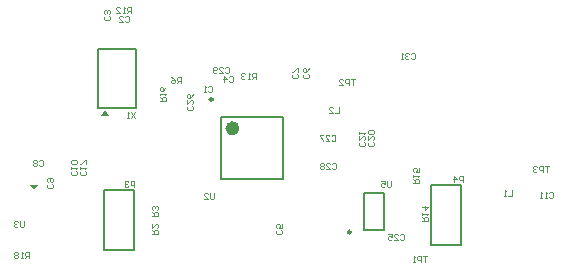
<source format=gbo>
G04 Layer: BottomSilkscreenLayer*
G04 EasyEDA Pro v2.2.35.2, 2025-02-24 01:09:24*
G04 Gerber Generator version 0.3*
G04 Scale: 100 percent, Rotated: No, Reflected: No*
G04 Dimensions in millimeters*
G04 Leading zeros omitted, absolute positions, 4 integers and 5 decimals*
%FSLAX45Y45*%
%MOMM*%
%ADD10C,0.1016*%
%ADD11C,0.2*%
%ADD12C,0.25*%
%ADD13C,0.6*%
G75*


G04 Text Start*
G54D10*
G01X15012162Y10838180D02*
G01X15012162Y10888980D01*
G01X15029180Y10888980D02*
G01X14995398Y10888980D01*
G01X14978380Y10855198D02*
G01X14952980Y10855198D01*
G01X14952980Y10855198D02*
G01X14944598Y10863580D01*
G01X14944598Y10863580D02*
G01X14944598Y10880598D01*
G01X14952980Y10888980D02*
G01X14944598Y10880598D01*
G01X14978380Y10888980D02*
G01X14952980Y10888980D01*
G01X14978380Y10838180D02*
G01X14978380Y10855198D01*
G01X14978380Y10855198D02*
G01X14978380Y10888980D01*
G01X14910816Y10863580D02*
G01X14902180Y10863580D01*
G01X14927580Y10846562D02*
G01X14919198Y10838180D01*
G01X14919198Y10838180D02*
G01X14902180Y10838180D01*
G01X14902180Y10838180D02*
G01X14893798Y10846562D01*
G01X14893798Y10846562D02*
G01X14893798Y10855198D01*
G01X14902180Y10863580D02*
G01X14893798Y10855198D01*
G01X14902180Y10863580D02*
G01X14893798Y10871962D01*
G01X14893798Y10871962D02*
G01X14893798Y10880598D01*
G01X14902180Y10888980D02*
G01X14893798Y10880598D01*
G01X14919198Y10888980D02*
G01X14902180Y10888980D01*
G01X14927580Y10880598D02*
G01X14919198Y10888980D01*
G01X13368782Y11577320D02*
G01X13368782Y11628120D01*
G01X13385800Y11628120D02*
G01X13352018Y11628120D01*
G01X13335000Y11594338D02*
G01X13309600Y11594338D01*
G01X13309600Y11594338D02*
G01X13301218Y11602720D01*
G01X13301218Y11602720D02*
G01X13301218Y11619738D01*
G01X13309600Y11628120D02*
G01X13301218Y11619738D01*
G01X13335000Y11628120D02*
G01X13309600Y11628120D01*
G01X13335000Y11577320D02*
G01X13335000Y11594338D01*
G01X13335000Y11594338D02*
G01X13335000Y11628120D01*
G01X13284200Y11577320D02*
G01X13250418Y11577320D01*
G01X13284200Y11577320D02*
G01X13250418Y11611102D01*
G01X13250418Y11611102D02*
G01X13250418Y11619738D01*
G01X13258800Y11628120D02*
G01X13250418Y11619738D01*
G01X13275818Y11628120D02*
G01X13258800Y11628120D01*
G01X13284200Y11619738D02*
G01X13275818Y11628120D01*
G01X13980922Y10076180D02*
G01X13980922Y10126980D01*
G01X13997940Y10126980D02*
G01X13964158Y10126980D01*
G01X13947140Y10093198D02*
G01X13921740Y10093198D01*
G01X13921740Y10093198D02*
G01X13913358Y10101580D01*
G01X13913358Y10101580D02*
G01X13913358Y10118598D01*
G01X13921740Y10126980D02*
G01X13913358Y10118598D01*
G01X13947140Y10126980D02*
G01X13921740Y10126980D01*
G01X13947140Y10076180D02*
G01X13947140Y10093198D01*
G01X13947140Y10093198D02*
G01X13947140Y10126980D01*
G01X13887958Y10076180D02*
G01X13887958Y10126980D01*
G01X13896340Y10118598D02*
G01X13887958Y10126980D01*
G01X13896340Y10076180D02*
G01X13887958Y10076180D01*
G01X13887958Y10076180D02*
G01X13879576Y10076180D01*
G01X10612882Y10126218D02*
G01X10596118Y10109200D01*
G01X10604500Y10126218D02*
G01X10596118Y10134600D01*
G01X10596118Y10134600D02*
G01X10596118Y10151618D01*
G01X10604500Y10160000D02*
G01X10596118Y10151618D01*
G01X10629900Y10160000D02*
G01X10604500Y10160000D01*
G01X10629900Y10109200D02*
G01X10629900Y10126218D01*
G01X10629900Y10126218D02*
G01X10629900Y10160000D01*
G01X10629900Y10126218D02*
G01X10612882Y10126218D01*
G01X10612882Y10126218D02*
G01X10604500Y10126218D01*
G01X10570718Y10109200D02*
G01X10570718Y10160000D01*
G01X10579100Y10151618D02*
G01X10570718Y10160000D01*
G01X10579100Y10109200D02*
G01X10570718Y10109200D01*
G01X10570718Y10109200D02*
G01X10562336Y10109200D01*
G01X10511536Y10134600D02*
G01X10503154Y10126218D01*
G01X10503154Y10117582D02*
G01X10503154Y10126218D01*
G01X10511536Y10109200D02*
G01X10503154Y10117582D01*
G01X10528554Y10109200D02*
G01X10511536Y10109200D01*
G01X10536936Y10117582D02*
G01X10528554Y10109200D01*
G01X10536936Y10117582D02*
G01X10536936Y10126218D01*
G01X10536936Y10126218D02*
G01X10528554Y10134600D01*
G01X10536936Y10151618D02*
G01X10528554Y10160000D01*
G01X10536936Y10142982D02*
G01X10536936Y10151618D01*
G01X10536936Y10142982D02*
G01X10528554Y10134600D01*
G01X10528554Y10134600D02*
G01X10511536Y10134600D01*
G01X10511536Y10134600D02*
G01X10503154Y10142982D01*
G01X10503154Y10142982D02*
G01X10503154Y10151618D01*
G01X10511536Y10160000D02*
G01X10503154Y10151618D01*
G01X10528554Y10160000D02*
G01X10511536Y10160000D01*
G01X11754358Y11452098D02*
G01X11737340Y11468862D01*
G01X11754358Y11460480D02*
G01X11762740Y11468862D01*
G01X11762740Y11468862D02*
G01X11779758Y11468862D01*
G01X11788140Y11460480D02*
G01X11779758Y11468862D01*
G01X11788140Y11435080D02*
G01X11788140Y11460480D01*
G01X11737340Y11435080D02*
G01X11754358Y11435080D01*
G01X11754358Y11435080D02*
G01X11788140Y11435080D01*
G01X11754358Y11435080D02*
G01X11754358Y11452098D01*
G01X11754358Y11452098D02*
G01X11754358Y11460480D01*
G01X11737340Y11494262D02*
G01X11788140Y11494262D01*
G01X11779758Y11485880D02*
G01X11788140Y11494262D01*
G01X11737340Y11485880D02*
G01X11737340Y11494262D01*
G01X11737340Y11494262D02*
G01X11737340Y11502644D01*
G01X11762740Y11528044D02*
G01X11762740Y11553444D01*
G01X11762740Y11553444D02*
G01X11754358Y11561826D01*
G01X11745722Y11561826D02*
G01X11754358Y11561826D01*
G01X11737340Y11553444D02*
G01X11745722Y11561826D01*
G01X11737340Y11536426D02*
G01X11737340Y11553444D01*
G01X11745722Y11528044D02*
G01X11737340Y11536426D01*
G01X11745722Y11528044D02*
G01X11762740Y11528044D01*
G01X11762740Y11528044D02*
G01X11779758Y11545062D01*
G01X11788140Y11561826D02*
G01X11779758Y11545062D01*
G01X14719300Y10634980D02*
G01X14685518Y10634980D01*
G01X14719300Y10634980D02*
G01X14719300Y10685780D01*
G01X14660118Y10634980D02*
G01X14660118Y10685780D01*
G01X14668500Y10677398D02*
G01X14660118Y10685780D01*
G01X14668500Y10634980D02*
G01X14660118Y10634980D01*
G01X14660118Y10634980D02*
G01X14651736Y10634980D01*
G01X15036800Y10614660D02*
G01X15028418Y10623042D01*
G01X15053818Y10614660D02*
G01X15036800Y10614660D01*
G01X15062200Y10623042D02*
G01X15053818Y10614660D01*
G01X15062200Y10623042D02*
G01X15062200Y10657078D01*
G01X15062200Y10657078D02*
G01X15053818Y10665460D01*
G01X15053818Y10665460D02*
G01X15036800Y10665460D01*
G01X15036800Y10665460D02*
G01X15028418Y10657078D01*
G01X15003018Y10614660D02*
G01X15003018Y10665460D01*
G01X15011400Y10657078D02*
G01X15003018Y10665460D01*
G01X15011400Y10614660D02*
G01X15003018Y10614660D01*
G01X15003018Y10614660D02*
G01X14994636Y10614660D01*
G01X14960854Y10614660D02*
G01X14960854Y10665460D01*
G01X14969236Y10657078D02*
G01X14960854Y10665460D01*
G01X14969236Y10614660D02*
G01X14960854Y10614660D01*
G01X14960854Y10614660D02*
G01X14952218Y10614660D01*
G01X13867140Y11794540D02*
G01X13858758Y11802922D01*
G01X13884158Y11794540D02*
G01X13867140Y11794540D01*
G01X13892540Y11802922D02*
G01X13884158Y11794540D01*
G01X13892540Y11802922D02*
G01X13892540Y11836958D01*
G01X13892540Y11836958D02*
G01X13884158Y11845340D01*
G01X13884158Y11845340D02*
G01X13867140Y11845340D01*
G01X13867140Y11845340D02*
G01X13858758Y11836958D01*
G01X13824976Y11819940D02*
G01X13816340Y11819940D01*
G01X13841740Y11802922D02*
G01X13833358Y11794540D01*
G01X13833358Y11794540D02*
G01X13816340Y11794540D01*
G01X13816340Y11794540D02*
G01X13807958Y11802922D01*
G01X13807958Y11802922D02*
G01X13807958Y11811558D01*
G01X13816340Y11819940D02*
G01X13807958Y11811558D01*
G01X13816340Y11819940D02*
G01X13807958Y11828322D01*
G01X13807958Y11828322D02*
G01X13807958Y11836958D01*
G01X13816340Y11845340D02*
G01X13807958Y11836958D01*
G01X13833358Y11845340D02*
G01X13816340Y11845340D01*
G01X13841740Y11836958D02*
G01X13833358Y11845340D01*
G01X13782558Y11794540D02*
G01X13782558Y11845340D01*
G01X13790940Y11836958D02*
G01X13782558Y11845340D01*
G01X13790940Y11794540D02*
G01X13782558Y11794540D01*
G01X13782558Y11794540D02*
G01X13774176Y11794540D01*
G01X12299820Y11675160D02*
G01X12291438Y11683542D01*
G01X12316838Y11675160D02*
G01X12299820Y11675160D01*
G01X12325220Y11683542D02*
G01X12316838Y11675160D01*
G01X12325220Y11683542D02*
G01X12325220Y11717578D01*
G01X12325220Y11717578D02*
G01X12316838Y11725960D01*
G01X12316838Y11725960D02*
G01X12299820Y11725960D01*
G01X12299820Y11725960D02*
G01X12291438Y11717578D01*
G01X12274420Y11675160D02*
G01X12240638Y11675160D01*
G01X12274420Y11675160D02*
G01X12240638Y11708942D01*
G01X12240638Y11708942D02*
G01X12240638Y11717578D01*
G01X12249020Y11725960D02*
G01X12240638Y11717578D01*
G01X12266038Y11725960D02*
G01X12249020Y11725960D01*
G01X12274420Y11717578D02*
G01X12266038Y11725960D01*
G01X12223620Y11683542D02*
G01X12215238Y11675160D01*
G01X12215238Y11675160D02*
G01X12198220Y11675160D01*
G01X12198220Y11675160D02*
G01X12189838Y11683542D01*
G01X12198220Y11725960D02*
G01X12189838Y11717578D01*
G01X12215238Y11725960D02*
G01X12198220Y11725960D01*
G01X12223620Y11717578D02*
G01X12215238Y11725960D01*
G01X12223620Y11708942D02*
G01X12223620Y11717578D01*
G01X12223620Y11708942D02*
G01X12215238Y11700560D01*
G01X12215238Y11700560D02*
G01X12189838Y11700560D01*
G01X12189838Y11683542D02*
G01X12189838Y11700560D01*
G01X12189838Y11700560D02*
G01X12189838Y11717578D01*
G01X13200380Y10866380D02*
G01X13191998Y10874762D01*
G01X13217398Y10866380D02*
G01X13200380Y10866380D01*
G01X13225780Y10874762D02*
G01X13217398Y10866380D01*
G01X13225780Y10874762D02*
G01X13225780Y10908798D01*
G01X13225780Y10908798D02*
G01X13217398Y10917180D01*
G01X13217398Y10917180D02*
G01X13200380Y10917180D01*
G01X13200380Y10917180D02*
G01X13191998Y10908798D01*
G01X13174980Y10866380D02*
G01X13141198Y10866380D01*
G01X13174980Y10866380D02*
G01X13141198Y10900162D01*
G01X13141198Y10900162D02*
G01X13141198Y10908798D01*
G01X13149580Y10917180D02*
G01X13141198Y10908798D01*
G01X13166598Y10917180D02*
G01X13149580Y10917180D01*
G01X13174980Y10908798D02*
G01X13166598Y10917180D01*
G01X13098780Y10891780D02*
G01X13090398Y10883398D01*
G01X13090398Y10874762D02*
G01X13090398Y10883398D01*
G01X13098780Y10866380D02*
G01X13090398Y10874762D01*
G01X13115798Y10866380D02*
G01X13098780Y10866380D01*
G01X13124180Y10874762D02*
G01X13115798Y10866380D01*
G01X13124180Y10874762D02*
G01X13124180Y10883398D01*
G01X13124180Y10883398D02*
G01X13115798Y10891780D01*
G01X13124180Y10908798D02*
G01X13115798Y10917180D01*
G01X13124180Y10900162D02*
G01X13124180Y10908798D01*
G01X13124180Y10900162D02*
G01X13115798Y10891780D01*
G01X13115798Y10891780D02*
G01X13098780Y10891780D01*
G01X13098780Y10891780D02*
G01X13090398Y10900162D01*
G01X13090398Y10900162D02*
G01X13090398Y10908798D01*
G01X13098780Y10917180D02*
G01X13090398Y10908798D01*
G01X13115798Y10917180D02*
G01X13098780Y10917180D01*
G01X13197840Y11097260D02*
G01X13189458Y11105642D01*
G01X13214858Y11097260D02*
G01X13197840Y11097260D01*
G01X13223240Y11105642D02*
G01X13214858Y11097260D01*
G01X13223240Y11105642D02*
G01X13223240Y11139678D01*
G01X13223240Y11139678D02*
G01X13214858Y11148060D01*
G01X13214858Y11148060D02*
G01X13197840Y11148060D01*
G01X13197840Y11148060D02*
G01X13189458Y11139678D01*
G01X13172440Y11097260D02*
G01X13138658Y11097260D01*
G01X13172440Y11097260D02*
G01X13138658Y11131042D01*
G01X13138658Y11131042D02*
G01X13138658Y11139678D01*
G01X13147040Y11148060D02*
G01X13138658Y11139678D01*
G01X13164058Y11148060D02*
G01X13147040Y11148060D01*
G01X13172440Y11139678D02*
G01X13164058Y11148060D01*
G01X13121640Y11097260D02*
G01X13121640Y11105642D01*
G01X13121640Y11105642D02*
G01X13087858Y11139678D01*
G01X13087858Y11139678D02*
G01X13087858Y11148060D01*
G01X13121640Y11148060D02*
G01X13087858Y11148060D01*
G01X13895578Y10763758D02*
G01X13878560Y10780522D01*
G01X13895578Y10772140D02*
G01X13903960Y10780522D01*
G01X13903960Y10780522D02*
G01X13920978Y10780522D01*
G01X13929360Y10772140D02*
G01X13920978Y10780522D01*
G01X13929360Y10746740D02*
G01X13929360Y10772140D01*
G01X13878560Y10746740D02*
G01X13895578Y10746740D01*
G01X13895578Y10746740D02*
G01X13929360Y10746740D01*
G01X13895578Y10746740D02*
G01X13895578Y10763758D01*
G01X13895578Y10763758D02*
G01X13895578Y10772140D01*
G01X13878560Y10805922D02*
G01X13929360Y10805922D01*
G01X13920978Y10797540D02*
G01X13929360Y10805922D01*
G01X13878560Y10797540D02*
G01X13878560Y10805922D01*
G01X13878560Y10805922D02*
G01X13878560Y10814304D01*
G01X13886942Y10839704D02*
G01X13878560Y10848086D01*
G01X13878560Y10848086D02*
G01X13878560Y10865104D01*
G01X13878560Y10865104D02*
G01X13886942Y10873486D01*
G01X13886942Y10873486D02*
G01X13903960Y10873486D01*
G01X13912342Y10865104D02*
G01X13903960Y10873486D01*
G01X13912342Y10856722D02*
G01X13912342Y10865104D01*
G01X13903960Y10839704D02*
G01X13929360Y10839704D01*
G01X13929360Y10839704D02*
G01X13929360Y10873486D01*
G01X13903960Y10839704D02*
G01X13912342Y10856722D01*
G01X13969238Y10441178D02*
G01X13952220Y10457942D01*
G01X13969238Y10449560D02*
G01X13977620Y10457942D01*
G01X13977620Y10457942D02*
G01X13994638Y10457942D01*
G01X14003020Y10449560D02*
G01X13994638Y10457942D01*
G01X14003020Y10424160D02*
G01X14003020Y10449560D01*
G01X13952220Y10424160D02*
G01X13969238Y10424160D01*
G01X13969238Y10424160D02*
G01X14003020Y10424160D01*
G01X13969238Y10424160D02*
G01X13969238Y10441178D01*
G01X13969238Y10441178D02*
G01X13969238Y10449560D01*
G01X13952220Y10483342D02*
G01X14003020Y10483342D01*
G01X13994638Y10474960D02*
G01X14003020Y10483342D01*
G01X13952220Y10474960D02*
G01X13952220Y10483342D01*
G01X13952220Y10483342D02*
G01X13952220Y10491724D01*
G01X13977620Y10517124D02*
G01X14003020Y10542524D01*
G01X13977620Y10517124D02*
G01X13977620Y10542524D01*
G01X13977620Y10542524D02*
G01X13977620Y10550906D01*
G01X13952220Y10542524D02*
G01X13977620Y10542524D01*
G01X13977620Y10542524D02*
G01X14003020Y10542524D01*
G01X11964540Y11385600D02*
G01X11972922Y11393982D01*
G01X11964540Y11368582D02*
G01X11964540Y11385600D01*
G01X11972922Y11360200D02*
G01X11964540Y11368582D01*
G01X11972922Y11360200D02*
G01X12006958Y11360200D01*
G01X12006958Y11360200D02*
G01X12015340Y11368582D01*
G01X12015340Y11368582D02*
G01X12015340Y11385600D01*
G01X12015340Y11385600D02*
G01X12006958Y11393982D01*
G01X11964540Y11411000D02*
G01X11964540Y11444782D01*
G01X11964540Y11411000D02*
G01X11998322Y11444782D01*
G01X11998322Y11444782D02*
G01X12006958Y11444782D01*
G01X12015340Y11436400D02*
G01X12006958Y11444782D01*
G01X12015340Y11419382D02*
G01X12015340Y11436400D01*
G01X12006958Y11411000D02*
G01X12015340Y11419382D01*
G01X11989940Y11461800D02*
G01X11989940Y11487200D01*
G01X11989940Y11487200D02*
G01X11981558Y11495582D01*
G01X11972922Y11495582D02*
G01X11981558Y11495582D01*
G01X11964540Y11487200D02*
G01X11972922Y11495582D01*
G01X11964540Y11470182D02*
G01X11964540Y11487200D01*
G01X11972922Y11461800D02*
G01X11964540Y11470182D01*
G01X11972922Y11461800D02*
G01X11989940Y11461800D01*
G01X11989940Y11461800D02*
G01X12006958Y11478564D01*
G01X12015340Y11495582D02*
G01X12006958Y11478564D01*
G01X13425040Y11083340D02*
G01X13433422Y11091722D01*
G01X13425040Y11066322D02*
G01X13425040Y11083340D01*
G01X13433422Y11057940D02*
G01X13425040Y11066322D01*
G01X13433422Y11057940D02*
G01X13467458Y11057940D01*
G01X13467458Y11057940D02*
G01X13475840Y11066322D01*
G01X13475840Y11066322D02*
G01X13475840Y11083340D01*
G01X13475840Y11083340D02*
G01X13467458Y11091722D01*
G01X13425040Y11108740D02*
G01X13425040Y11142522D01*
G01X13425040Y11108740D02*
G01X13458822Y11142522D01*
G01X13458822Y11142522D02*
G01X13467458Y11142522D01*
G01X13475840Y11134140D02*
G01X13467458Y11142522D01*
G01X13475840Y11117122D02*
G01X13475840Y11134140D01*
G01X13467458Y11108740D02*
G01X13475840Y11117122D01*
G01X13425040Y11167922D02*
G01X13475840Y11167922D01*
G01X13467458Y11159540D02*
G01X13475840Y11167922D01*
G01X13425040Y11159540D02*
G01X13425040Y11167922D01*
G01X13425040Y11167922D02*
G01X13425040Y11176304D01*
G01X13498700Y11083340D02*
G01X13507082Y11091722D01*
G01X13498700Y11066322D02*
G01X13498700Y11083340D01*
G01X13507082Y11057940D02*
G01X13498700Y11066322D01*
G01X13507082Y11057940D02*
G01X13541118Y11057940D01*
G01X13541118Y11057940D02*
G01X13549500Y11066322D01*
G01X13549500Y11066322D02*
G01X13549500Y11083340D01*
G01X13549500Y11083340D02*
G01X13541118Y11091722D01*
G01X13498700Y11108740D02*
G01X13498700Y11142522D01*
G01X13498700Y11108740D02*
G01X13532482Y11142522D01*
G01X13532482Y11142522D02*
G01X13541118Y11142522D01*
G01X13549500Y11134140D02*
G01X13541118Y11142522D01*
G01X13549500Y11117122D02*
G01X13549500Y11134140D01*
G01X13541118Y11108740D02*
G01X13549500Y11117122D01*
G01X13541118Y11159540D02*
G01X13549500Y11167922D01*
G01X13507082Y11159540D02*
G01X13541118Y11159540D01*
G01X13507082Y11159540D02*
G01X13498700Y11167922D01*
G01X13498700Y11167922D02*
G01X13498700Y11184940D01*
G01X13498700Y11184940D02*
G01X13507082Y11193322D01*
G01X13507082Y11193322D02*
G01X13541118Y11193322D01*
G01X13549500Y11184940D02*
G01X13541118Y11193322D01*
G01X13549500Y11167922D02*
G01X13549500Y11184940D01*
G01X13253720Y11338560D02*
G01X13219938Y11338560D01*
G01X13253720Y11338560D02*
G01X13253720Y11389360D01*
G01X13202920Y11338560D02*
G01X13169138Y11338560D01*
G01X13202920Y11338560D02*
G01X13169138Y11372342D01*
G01X13169138Y11372342D02*
G01X13169138Y11380978D01*
G01X13177520Y11389360D02*
G01X13169138Y11380978D01*
G01X13194538Y11389360D02*
G01X13177520Y11389360D01*
G01X13202920Y11380978D02*
G01X13194538Y11389360D01*
G01X12856080Y11662460D02*
G01X12864462Y11670842D01*
G01X12856080Y11645442D02*
G01X12856080Y11662460D01*
G01X12864462Y11637060D02*
G01X12856080Y11645442D01*
G01X12864462Y11637060D02*
G01X12898498Y11637060D01*
G01X12898498Y11637060D02*
G01X12906880Y11645442D01*
G01X12906880Y11645442D02*
G01X12906880Y11662460D01*
G01X12906880Y11662460D02*
G01X12898498Y11670842D01*
G01X12856080Y11687860D02*
G01X12864462Y11687860D01*
G01X12864462Y11687860D02*
G01X12898498Y11721642D01*
G01X12898498Y11721642D02*
G01X12906880Y11721642D01*
G01X12906880Y11687860D02*
G01X12906880Y11721642D01*
G01X12950060Y11662460D02*
G01X12958442Y11670842D01*
G01X12950060Y11645442D02*
G01X12950060Y11662460D01*
G01X12958442Y11637060D02*
G01X12950060Y11645442D01*
G01X12958442Y11637060D02*
G01X12992478Y11637060D01*
G01X12992478Y11637060D02*
G01X13000860Y11645442D01*
G01X13000860Y11645442D02*
G01X13000860Y11662460D01*
G01X13000860Y11662460D02*
G01X12992478Y11670842D01*
G01X12975460Y11687860D02*
G01X12975460Y11713260D01*
G01X12975460Y11713260D02*
G01X12967078Y11721642D01*
G01X12958442Y11721642D02*
G01X12967078Y11721642D01*
G01X12950060Y11713260D02*
G01X12958442Y11721642D01*
G01X12950060Y11696242D02*
G01X12950060Y11713260D01*
G01X12958442Y11687860D02*
G01X12950060Y11696242D01*
G01X12958442Y11687860D02*
G01X12975460Y11687860D01*
G01X12975460Y11687860D02*
G01X12992478Y11704624D01*
G01X13000860Y11721642D02*
G01X12992478Y11704624D01*
G01X12721460Y10341660D02*
G01X12729842Y10350042D01*
G01X12721460Y10324642D02*
G01X12721460Y10341660D01*
G01X12729842Y10316260D02*
G01X12721460Y10324642D01*
G01X12729842Y10316260D02*
G01X12763878Y10316260D01*
G01X12763878Y10316260D02*
G01X12772260Y10324642D01*
G01X12772260Y10324642D02*
G01X12772260Y10341660D01*
G01X12772260Y10341660D02*
G01X12763878Y10350042D01*
G01X12729842Y10367060D02*
G01X12721460Y10375442D01*
G01X12721460Y10375442D02*
G01X12721460Y10392460D01*
G01X12721460Y10392460D02*
G01X12729842Y10400842D01*
G01X12729842Y10400842D02*
G01X12746860Y10400842D01*
G01X12755242Y10392460D02*
G01X12746860Y10400842D01*
G01X12755242Y10383824D02*
G01X12755242Y10392460D01*
G01X12746860Y10367060D02*
G01X12772260Y10367060D01*
G01X12772260Y10367060D02*
G01X12772260Y10400842D01*
G01X12746860Y10367060D02*
G01X12755242Y10383824D01*
G01X12332840Y11596420D02*
G01X12324458Y11604802D01*
G01X12349858Y11596420D02*
G01X12332840Y11596420D01*
G01X12358240Y11604802D02*
G01X12349858Y11596420D01*
G01X12358240Y11604802D02*
G01X12358240Y11638838D01*
G01X12358240Y11638838D02*
G01X12349858Y11647220D01*
G01X12349858Y11647220D02*
G01X12332840Y11647220D01*
G01X12332840Y11647220D02*
G01X12324458Y11638838D01*
G01X12307440Y11621820D02*
G01X12282040Y11647220D01*
G01X12307440Y11621820D02*
G01X12282040Y11621820D01*
G01X12282040Y11621820D02*
G01X12273658Y11621820D01*
G01X12282040Y11596420D02*
G01X12282040Y11621820D01*
G01X12282040Y11621820D02*
G01X12282040Y11647220D01*
G01X12534262Y11641378D02*
G01X12517498Y11624360D01*
G01X12525880Y11641378D02*
G01X12517498Y11649760D01*
G01X12517498Y11649760D02*
G01X12517498Y11666778D01*
G01X12525880Y11675160D02*
G01X12517498Y11666778D01*
G01X12551280Y11675160D02*
G01X12525880Y11675160D01*
G01X12551280Y11624360D02*
G01X12551280Y11641378D01*
G01X12551280Y11641378D02*
G01X12551280Y11675160D01*
G01X12551280Y11641378D02*
G01X12534262Y11641378D01*
G01X12534262Y11641378D02*
G01X12525880Y11641378D01*
G01X12492098Y11624360D02*
G01X12492098Y11675160D01*
G01X12500480Y11666778D02*
G01X12492098Y11675160D01*
G01X12500480Y11624360D02*
G01X12492098Y11624360D01*
G01X12492098Y11624360D02*
G01X12483716Y11624360D01*
G01X12441298Y11649760D02*
G01X12432916Y11649760D01*
G01X12458316Y11632742D02*
G01X12449934Y11624360D01*
G01X12449934Y11624360D02*
G01X12432916Y11624360D01*
G01X12432916Y11624360D02*
G01X12424534Y11632742D01*
G01X12424534Y11632742D02*
G01X12424534Y11641378D01*
G01X12432916Y11649760D02*
G01X12424534Y11641378D01*
G01X12432916Y11649760D02*
G01X12424534Y11658142D01*
G01X12424534Y11658142D02*
G01X12424534Y11666778D01*
G01X12432916Y11675160D02*
G01X12424534Y11666778D01*
G01X12449934Y11675160D02*
G01X12432916Y11675160D01*
G01X12458316Y11666778D02*
G01X12449934Y11675160D01*
G01X11475342Y12202618D02*
G01X11458578Y12185600D01*
G01X11466960Y12202618D02*
G01X11458578Y12211000D01*
G01X11458578Y12211000D02*
G01X11458578Y12228018D01*
G01X11466960Y12236400D02*
G01X11458578Y12228018D01*
G01X11492360Y12236400D02*
G01X11466960Y12236400D01*
G01X11492360Y12185600D02*
G01X11492360Y12202618D01*
G01X11492360Y12202618D02*
G01X11492360Y12236400D01*
G01X11492360Y12202618D02*
G01X11475342Y12202618D01*
G01X11475342Y12202618D02*
G01X11466960Y12202618D01*
G01X11433178Y12185600D02*
G01X11433178Y12236400D01*
G01X11441560Y12228018D02*
G01X11433178Y12236400D01*
G01X11441560Y12185600D02*
G01X11433178Y12185600D01*
G01X11433178Y12185600D02*
G01X11424796Y12185600D01*
G01X11399396Y12185600D02*
G01X11365614Y12185600D01*
G01X11399396Y12185600D02*
G01X11365614Y12219382D01*
G01X11365614Y12219382D02*
G01X11365614Y12228018D01*
G01X11373996Y12236400D02*
G01X11365614Y12228018D01*
G01X11391014Y12236400D02*
G01X11373996Y12236400D01*
G01X11399396Y12228018D02*
G01X11391014Y12236400D01*
G01X12151360Y11513820D02*
G01X12142978Y11522202D01*
G01X12168378Y11513820D02*
G01X12151360Y11513820D01*
G01X12176760Y11522202D02*
G01X12168378Y11513820D01*
G01X12176760Y11522202D02*
G01X12176760Y11556238D01*
G01X12176760Y11556238D02*
G01X12168378Y11564620D01*
G01X12168378Y11564620D02*
G01X12151360Y11564620D01*
G01X12151360Y11564620D02*
G01X12142978Y11556238D01*
G01X12117578Y11513820D02*
G01X12117578Y11564620D01*
G01X12125960Y11556238D02*
G01X12117578Y11564620D01*
G01X12125960Y11513820D02*
G01X12117578Y11513820D01*
G01X12117578Y11513820D02*
G01X12109196Y11513820D01*
G01X11447780Y12108180D02*
G01X11439398Y12116562D01*
G01X11464798Y12108180D02*
G01X11447780Y12108180D01*
G01X11473180Y12116562D02*
G01X11464798Y12108180D01*
G01X11473180Y12116562D02*
G01X11473180Y12150598D01*
G01X11473180Y12150598D02*
G01X11464798Y12158980D01*
G01X11464798Y12158980D02*
G01X11447780Y12158980D01*
G01X11447780Y12158980D02*
G01X11439398Y12150598D01*
G01X11422380Y12108180D02*
G01X11388598Y12108180D01*
G01X11422380Y12108180D02*
G01X11388598Y12141962D01*
G01X11388598Y12141962D02*
G01X11388598Y12150598D01*
G01X11396980Y12158980D02*
G01X11388598Y12150598D01*
G01X11413998Y12158980D02*
G01X11396980Y12158980D01*
G01X11422380Y12150598D02*
G01X11413998Y12158980D01*
G01X10718800Y10888980D02*
G01X10710418Y10897362D01*
G01X10735818Y10888980D02*
G01X10718800Y10888980D01*
G01X10744200Y10897362D02*
G01X10735818Y10888980D01*
G01X10744200Y10897362D02*
G01X10744200Y10931398D01*
G01X10744200Y10931398D02*
G01X10735818Y10939780D01*
G01X10735818Y10939780D02*
G01X10718800Y10939780D01*
G01X10718800Y10939780D02*
G01X10710418Y10931398D01*
G01X10668000Y10914380D02*
G01X10659618Y10905998D01*
G01X10659618Y10897362D02*
G01X10659618Y10905998D01*
G01X10668000Y10888980D02*
G01X10659618Y10897362D01*
G01X10685018Y10888980D02*
G01X10668000Y10888980D01*
G01X10693400Y10897362D02*
G01X10685018Y10888980D01*
G01X10693400Y10897362D02*
G01X10693400Y10905998D01*
G01X10693400Y10905998D02*
G01X10685018Y10914380D01*
G01X10693400Y10931398D02*
G01X10685018Y10939780D01*
G01X10693400Y10922762D02*
G01X10693400Y10931398D01*
G01X10693400Y10922762D02*
G01X10685018Y10914380D01*
G01X10685018Y10914380D02*
G01X10668000Y10914380D01*
G01X10668000Y10914380D02*
G01X10659618Y10922762D01*
G01X10659618Y10922762D02*
G01X10659618Y10931398D01*
G01X10668000Y10939780D02*
G01X10659618Y10931398D01*
G01X10685018Y10939780D02*
G01X10668000Y10939780D01*
G01X10777220Y10726420D02*
G01X10785602Y10734802D01*
G01X10777220Y10709402D02*
G01X10777220Y10726420D01*
G01X10785602Y10701020D02*
G01X10777220Y10709402D01*
G01X10785602Y10701020D02*
G01X10819638Y10701020D01*
G01X10819638Y10701020D02*
G01X10828020Y10709402D01*
G01X10828020Y10709402D02*
G01X10828020Y10726420D01*
G01X10828020Y10726420D02*
G01X10819638Y10734802D01*
G01X10785602Y10751820D02*
G01X10777220Y10760202D01*
G01X10777220Y10760202D02*
G01X10777220Y10777220D01*
G01X10777220Y10777220D02*
G01X10785602Y10785602D01*
G01X10828020Y10777220D02*
G01X10819638Y10785602D01*
G01X10828020Y10760202D02*
G01X10828020Y10777220D01*
G01X10819638Y10751820D02*
G01X10828020Y10760202D01*
G01X10811002Y10751820D02*
G01X10819638Y10751820D01*
G01X10811002Y10751820D02*
G01X10802620Y10760202D01*
G01X10802620Y10760202D02*
G01X10802620Y10785602D01*
G01X10785602Y10785602D02*
G01X10802620Y10785602D01*
G01X10802620Y10785602D02*
G01X10819638Y10785602D01*
G01X10982960Y10838180D02*
G01X10991342Y10846562D01*
G01X10982960Y10821162D02*
G01X10982960Y10838180D01*
G01X10991342Y10812780D02*
G01X10982960Y10821162D01*
G01X10991342Y10812780D02*
G01X11025378Y10812780D01*
G01X11025378Y10812780D02*
G01X11033760Y10821162D01*
G01X11033760Y10821162D02*
G01X11033760Y10838180D01*
G01X11033760Y10838180D02*
G01X11025378Y10846562D01*
G01X10982960Y10871962D02*
G01X11033760Y10871962D01*
G01X11025378Y10863580D02*
G01X11033760Y10871962D01*
G01X10982960Y10863580D02*
G01X10982960Y10871962D01*
G01X10982960Y10871962D02*
G01X10982960Y10880344D01*
G01X11025378Y10905744D02*
G01X11033760Y10914126D01*
G01X10991342Y10905744D02*
G01X11025378Y10905744D01*
G01X10991342Y10905744D02*
G01X10982960Y10914126D01*
G01X10982960Y10914126D02*
G01X10982960Y10931144D01*
G01X10982960Y10931144D02*
G01X10991342Y10939526D01*
G01X10991342Y10939526D02*
G01X11025378Y10939526D01*
G01X11033760Y10931144D02*
G01X11025378Y10939526D01*
G01X11033760Y10914126D02*
G01X11033760Y10931144D01*
G01X11059160Y10840720D02*
G01X11067542Y10849102D01*
G01X11059160Y10823702D02*
G01X11059160Y10840720D01*
G01X11067542Y10815320D02*
G01X11059160Y10823702D01*
G01X11067542Y10815320D02*
G01X11101578Y10815320D01*
G01X11101578Y10815320D02*
G01X11109960Y10823702D01*
G01X11109960Y10823702D02*
G01X11109960Y10840720D01*
G01X11109960Y10840720D02*
G01X11101578Y10849102D01*
G01X11059160Y10874502D02*
G01X11109960Y10874502D01*
G01X11101578Y10866120D02*
G01X11109960Y10874502D01*
G01X11059160Y10866120D02*
G01X11059160Y10874502D01*
G01X11059160Y10874502D02*
G01X11059160Y10882884D01*
G01X11059160Y10908284D02*
G01X11067542Y10908284D01*
G01X11067542Y10908284D02*
G01X11101578Y10942066D01*
G01X11101578Y10942066D02*
G01X11109960Y10942066D01*
G01X11109960Y10908284D02*
G01X11109960Y10942066D01*
G01X13774420Y10261600D02*
G01X13766038Y10269982D01*
G01X13791438Y10261600D02*
G01X13774420Y10261600D01*
G01X13799820Y10269982D02*
G01X13791438Y10261600D01*
G01X13799820Y10269982D02*
G01X13799820Y10304018D01*
G01X13799820Y10304018D02*
G01X13791438Y10312400D01*
G01X13791438Y10312400D02*
G01X13774420Y10312400D01*
G01X13774420Y10312400D02*
G01X13766038Y10304018D01*
G01X13749020Y10261600D02*
G01X13715238Y10261600D01*
G01X13749020Y10261600D02*
G01X13715238Y10295382D01*
G01X13715238Y10295382D02*
G01X13715238Y10304018D01*
G01X13723620Y10312400D02*
G01X13715238Y10304018D01*
G01X13740638Y10312400D02*
G01X13723620Y10312400D01*
G01X13749020Y10304018D02*
G01X13740638Y10312400D01*
G01X13698220Y10269982D02*
G01X13689838Y10261600D01*
G01X13689838Y10261600D02*
G01X13672820Y10261600D01*
G01X13672820Y10261600D02*
G01X13664438Y10269982D01*
G01X13664438Y10269982D02*
G01X13664438Y10287000D01*
G01X13672820Y10295382D02*
G01X13664438Y10287000D01*
G01X13681456Y10295382D02*
G01X13672820Y10295382D01*
G01X13698220Y10287000D02*
G01X13698220Y10312400D01*
G01X13698220Y10312400D02*
G01X13664438Y10312400D01*
G01X13698220Y10287000D02*
G01X13681456Y10295382D01*
G01X11683238Y10326878D02*
G01X11666220Y10343642D01*
G01X11683238Y10335260D02*
G01X11691620Y10343642D01*
G01X11691620Y10343642D02*
G01X11708638Y10343642D01*
G01X11717020Y10335260D02*
G01X11708638Y10343642D01*
G01X11717020Y10309860D02*
G01X11717020Y10335260D01*
G01X11666220Y10309860D02*
G01X11683238Y10309860D01*
G01X11683238Y10309860D02*
G01X11717020Y10309860D01*
G01X11683238Y10309860D02*
G01X11683238Y10326878D01*
G01X11683238Y10326878D02*
G01X11683238Y10335260D01*
G01X11666220Y10360660D02*
G01X11666220Y10394442D01*
G01X11666220Y10360660D02*
G01X11700002Y10394442D01*
G01X11700002Y10394442D02*
G01X11708638Y10394442D01*
G01X11717020Y10386060D02*
G01X11708638Y10394442D01*
G01X11717020Y10369042D02*
G01X11717020Y10386060D01*
G01X11708638Y10360660D02*
G01X11717020Y10369042D01*
G01X11685778Y10484358D02*
G01X11668760Y10501122D01*
G01X11685778Y10492740D02*
G01X11694160Y10501122D01*
G01X11694160Y10501122D02*
G01X11711178Y10501122D01*
G01X11719560Y10492740D02*
G01X11711178Y10501122D01*
G01X11719560Y10467340D02*
G01X11719560Y10492740D01*
G01X11668760Y10467340D02*
G01X11685778Y10467340D01*
G01X11685778Y10467340D02*
G01X11719560Y10467340D01*
G01X11685778Y10467340D02*
G01X11685778Y10484358D01*
G01X11685778Y10484358D02*
G01X11685778Y10492740D01*
G01X11694160Y10534904D02*
G01X11694160Y10543540D01*
G01X11677142Y10518140D02*
G01X11668760Y10526522D01*
G01X11668760Y10526522D02*
G01X11668760Y10543540D01*
G01X11668760Y10543540D02*
G01X11677142Y10551922D01*
G01X11677142Y10551922D02*
G01X11685778Y10551922D01*
G01X11694160Y10543540D02*
G01X11685778Y10551922D01*
G01X11694160Y10543540D02*
G01X11702542Y10551922D01*
G01X11702542Y10551922D02*
G01X11711178Y10551922D01*
G01X11719560Y10543540D02*
G01X11711178Y10551922D01*
G01X11719560Y10526522D02*
G01X11719560Y10543540D01*
G01X11711178Y10518140D02*
G01X11719560Y10526522D01*
G01X12159358Y10621822D02*
G01X12159358Y10664240D01*
G01X12167740Y10613440D02*
G01X12159358Y10621822D01*
G01X12184758Y10613440D02*
G01X12167740Y10613440D01*
G01X12193140Y10621822D02*
G01X12184758Y10613440D01*
G01X12193140Y10621822D02*
G01X12193140Y10664240D01*
G01X12142340Y10613440D02*
G01X12108558Y10613440D01*
G01X12142340Y10613440D02*
G01X12108558Y10647222D01*
G01X12108558Y10647222D02*
G01X12108558Y10655858D01*
G01X12116940Y10664240D02*
G01X12108558Y10655858D01*
G01X12133958Y10664240D02*
G01X12116940Y10664240D01*
G01X12142340Y10655858D02*
G01X12133958Y10664240D01*
G01X13659358Y10719562D02*
G01X13659358Y10761980D01*
G01X13667740Y10711180D02*
G01X13659358Y10719562D01*
G01X13684758Y10711180D02*
G01X13667740Y10711180D01*
G01X13693140Y10719562D02*
G01X13684758Y10711180D01*
G01X13693140Y10719562D02*
G01X13693140Y10761980D01*
G01X13642340Y10719562D02*
G01X13633958Y10711180D01*
G01X13633958Y10711180D02*
G01X13616940Y10711180D01*
G01X13616940Y10711180D02*
G01X13608558Y10719562D01*
G01X13608558Y10719562D02*
G01X13608558Y10736580D01*
G01X13616940Y10744962D02*
G01X13608558Y10736580D01*
G01X13625576Y10744962D02*
G01X13616940Y10744962D01*
G01X13642340Y10736580D02*
G01X13642340Y10761980D01*
G01X13642340Y10761980D02*
G01X13608558Y10761980D01*
G01X13642340Y10736580D02*
G01X13625576Y10744962D01*
G01X11262360Y12146280D02*
G01X11270742Y12154662D01*
G01X11262360Y12129262D02*
G01X11262360Y12146280D01*
G01X11270742Y12120880D02*
G01X11262360Y12129262D01*
G01X11270742Y12120880D02*
G01X11304778Y12120880D01*
G01X11304778Y12120880D02*
G01X11313160Y12129262D01*
G01X11313160Y12129262D02*
G01X11313160Y12146280D01*
G01X11313160Y12146280D02*
G01X11304778Y12154662D01*
G01X11287760Y12188444D02*
G01X11287760Y12197080D01*
G01X11270742Y12171680D02*
G01X11262360Y12180062D01*
G01X11262360Y12180062D02*
G01X11262360Y12197080D01*
G01X11262360Y12197080D02*
G01X11270742Y12205462D01*
G01X11270742Y12205462D02*
G01X11279378Y12205462D01*
G01X11287760Y12197080D02*
G01X11279378Y12205462D01*
G01X11287760Y12197080D02*
G01X11296142Y12205462D01*
G01X11296142Y12205462D02*
G01X11304778Y12205462D01*
G01X11313160Y12197080D02*
G01X11304778Y12205462D01*
G01X11313160Y12180062D02*
G01X11313160Y12197080D01*
G01X11304778Y12171680D02*
G01X11313160Y12180062D01*
G01X11529060Y11348720D02*
G01X11495278Y11297920D01*
G01X11495278Y11348720D02*
G01X11529060Y11297920D01*
G01X11469878Y11297920D02*
G01X11469878Y11348720D01*
G01X11478260Y11340338D02*
G01X11469878Y11348720D01*
G01X11478260Y11297920D02*
G01X11469878Y11297920D01*
G01X11469878Y11297920D02*
G01X11461496Y11297920D01*
G01X11899262Y11605818D02*
G01X11882498Y11588800D01*
G01X11890880Y11605818D02*
G01X11882498Y11614200D01*
G01X11882498Y11614200D02*
G01X11882498Y11631218D01*
G01X11890880Y11639600D02*
G01X11882498Y11631218D01*
G01X11916280Y11639600D02*
G01X11890880Y11639600D01*
G01X11916280Y11588800D02*
G01X11916280Y11605818D01*
G01X11916280Y11605818D02*
G01X11916280Y11639600D01*
G01X11916280Y11605818D02*
G01X11899262Y11605818D01*
G01X11899262Y11605818D02*
G01X11890880Y11605818D01*
G01X11865480Y11614200D02*
G01X11840080Y11614200D01*
G01X11840080Y11614200D02*
G01X11831698Y11605818D01*
G01X11831698Y11597182D02*
G01X11831698Y11605818D01*
G01X11840080Y11588800D02*
G01X11831698Y11597182D01*
G01X11857098Y11588800D02*
G01X11840080Y11588800D01*
G01X11865480Y11597182D02*
G01X11857098Y11588800D01*
G01X11865480Y11597182D02*
G01X11865480Y11614200D01*
G01X11865480Y11614200D02*
G01X11848716Y11631218D01*
G01X11831698Y11639600D02*
G01X11848716Y11631218D01*
G01X10552938Y10381742D02*
G01X10552938Y10424160D01*
G01X10561320Y10373360D02*
G01X10552938Y10381742D01*
G01X10578338Y10373360D02*
G01X10561320Y10373360D01*
G01X10586720Y10381742D02*
G01X10578338Y10373360D01*
G01X10586720Y10381742D02*
G01X10586720Y10424160D01*
G01X10519156Y10398760D02*
G01X10510520Y10398760D01*
G01X10535920Y10381742D02*
G01X10527538Y10373360D01*
G01X10527538Y10373360D02*
G01X10510520Y10373360D01*
G01X10510520Y10373360D02*
G01X10502138Y10381742D01*
G01X10502138Y10381742D02*
G01X10502138Y10390378D01*
G01X10510520Y10398760D02*
G01X10502138Y10390378D01*
G01X10510520Y10398760D02*
G01X10502138Y10407142D01*
G01X10502138Y10407142D02*
G01X10502138Y10415778D01*
G01X10510520Y10424160D02*
G01X10502138Y10415778D01*
G01X10527538Y10424160D02*
G01X10510520Y10424160D01*
G01X10535920Y10415778D02*
G01X10527538Y10424160D01*
G01X11521440Y10730738D02*
G01X11496040Y10730738D01*
G01X11496040Y10730738D02*
G01X11487658Y10739120D01*
G01X11487658Y10739120D02*
G01X11487658Y10756138D01*
G01X11496040Y10764520D02*
G01X11487658Y10756138D01*
G01X11521440Y10764520D02*
G01X11496040Y10764520D01*
G01X11521440Y10713720D02*
G01X11521440Y10730738D01*
G01X11521440Y10730738D02*
G01X11521440Y10764520D01*
G01X11453876Y10739120D02*
G01X11445240Y10739120D01*
G01X11470640Y10722102D02*
G01X11462258Y10713720D01*
G01X11462258Y10713720D02*
G01X11445240Y10713720D01*
G01X11445240Y10713720D02*
G01X11436858Y10722102D01*
G01X11436858Y10722102D02*
G01X11436858Y10730738D01*
G01X11445240Y10739120D02*
G01X11436858Y10730738D01*
G01X11445240Y10739120D02*
G01X11436858Y10747502D01*
G01X11436858Y10747502D02*
G01X11436858Y10756138D01*
G01X11445240Y10764520D02*
G01X11436858Y10756138D01*
G01X11462258Y10764520D02*
G01X11445240Y10764520D01*
G01X11470640Y10756138D02*
G01X11462258Y10764520D01*
G01X14300200Y10766298D02*
G01X14274800Y10766298D01*
G01X14274800Y10766298D02*
G01X14266418Y10774680D01*
G01X14266418Y10774680D02*
G01X14266418Y10791698D01*
G01X14274800Y10800080D02*
G01X14266418Y10791698D01*
G01X14300200Y10800080D02*
G01X14274800Y10800080D01*
G01X14300200Y10749280D02*
G01X14300200Y10766298D01*
G01X14300200Y10766298D02*
G01X14300200Y10800080D01*
G01X14249400Y10774680D02*
G01X14224000Y10800080D01*
G01X14249400Y10774680D02*
G01X14224000Y10774680D01*
G01X14224000Y10774680D02*
G01X14215618Y10774680D01*
G01X14224000Y10749280D02*
G01X14224000Y10774680D01*
G01X14224000Y10774680D02*
G01X14224000Y10800080D01*
G04 Text End*

G04 PolygonModel Start*
G54D11*
G01X12250720Y11307700D02*
G01X12780720Y11307700D01*
G01X12250720Y10777700D02*
G01X12780720Y10777700D01*
G01X12250720Y10777700D02*
G01X12250720Y11307700D01*
G01X12780720Y10777700D02*
G01X12780720Y11307700D01*
G01X13467040Y10659220D02*
G01X13637040Y10659220D01*
G01X13467040Y10349220D02*
G01X13637040Y10349220D01*
G01X13637040Y10349220D02*
G01X13637040Y10659220D01*
G01X13467040Y10349220D02*
G01X13467040Y10659220D01*
G01X11214120Y11380660D02*
G01X11214120Y11880660D01*
G01X11214120Y11380660D02*
G01X11534120Y11380660D01*
G01X11534120Y11380660D02*
G01X11534120Y11880660D01*
G01X11214120Y11880660D02*
G01X11534120Y11880660D01*
G01X11214120Y11880660D02*
G01X11534120Y11880660D01*
G01X11534120Y11380660D02*
G01X11534120Y11880660D01*
G36*
G01X11271620Y11360660D02*
G01X11236620Y11315660D01*
G01X11306620Y11315660D01*
G01X11271620Y11360660D01*
G37*
G36*
G01X10669600Y10685520D02*
G01X10704600Y10730520D01*
G01X10634600Y10730520D01*
G01X10669600Y10685520D01*
G37*
G01X11259820Y10175240D02*
G01X11259820Y10683240D01*
G01X11259820Y10683240D02*
G01X11513820Y10683240D01*
G01X11513820Y10175240D02*
G01X11513820Y10683240D01*
G01X11259820Y10175240D02*
G01X11513820Y10175240D01*
G01X14287500Y10723880D02*
G01X14287500Y10215880D01*
G01X14287500Y10215880D02*
G01X14033500Y10215880D01*
G01X14033500Y10723880D02*
G01X14033500Y10215880D01*
G01X14287500Y10723880D02*
G01X14033500Y10723880D01*

G04 Circle Start*
G54D12*
G01X12158220Y11452700D02*
G03X12183220Y11452700I12500J0D01*
G03X12158220Y11452700I-12500J0D01*
G54D13*
G01X12320720Y11207700D02*
G03X12380720Y11207700I30000J0D01*
G03X12320720Y11207700I-30000J0D01*
G54D12*
G01X13329540Y10329220D02*
G03X13354540Y10329220I12500J0D01*
G03X13329540Y10329220I-12500J0D01*
G04 Circle End*

M02*


</source>
